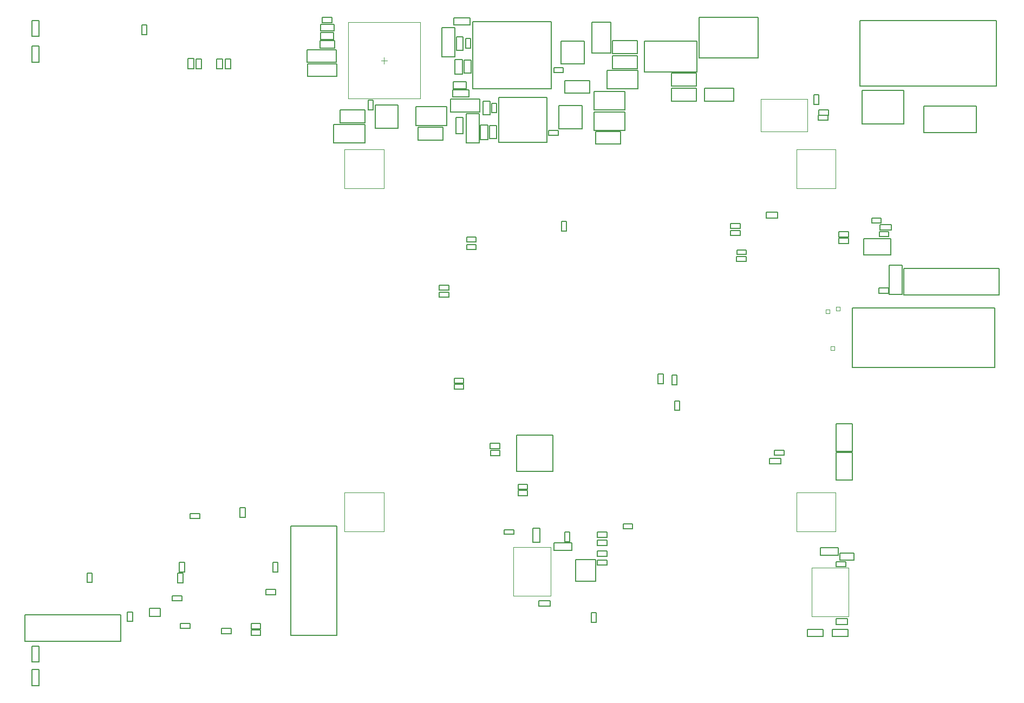
<source format=gbr>
G04*
G04 #@! TF.GenerationSoftware,Altium Limited,Altium Designer,24.2.2 (26)*
G04*
G04 Layer_Color=32768*
%FSLAX25Y25*%
%MOIN*%
G70*
G04*
G04 #@! TF.SameCoordinates,80A8E479-4E92-43EF-BFA2-91FD1FC97BD2*
G04*
G04*
G04 #@! TF.FilePolarity,Positive*
G04*
G01*
G75*
%ADD12C,0.00787*%
%ADD16C,0.00394*%
%ADD341C,0.00197*%
%ADD342C,0.00100*%
D12*
X162023Y-359891D02*
Y-292765D01*
X133677Y-359891D02*
X162023D01*
X133677D02*
Y-292765D01*
X162023D01*
X118397Y-331840D02*
X124351D01*
Y-334990D02*
Y-331840D01*
X118397Y-334990D02*
X124351D01*
X118397D02*
Y-331840D01*
X122682Y-320975D02*
Y-315022D01*
X125832D01*
Y-320975D02*
Y-315022D01*
X122682Y-320975D02*
X125832D01*
X351378Y6025D02*
X383701D01*
Y-12873D02*
Y6025D01*
X351378Y-12873D02*
X383701D01*
X351378D02*
Y6025D01*
X466992Y-360710D02*
X476835D01*
X466992D02*
Y-356380D01*
X476835D01*
Y-360710D02*
Y-356380D01*
X469468Y-246692D02*
X479532D01*
Y-229739D01*
X469468D02*
X479532D01*
X469468Y-246692D02*
Y-229739D01*
X96702Y-11051D02*
Y-5098D01*
X93553Y-11051D02*
X96702D01*
X93553D02*
Y-5098D01*
X96702D01*
X91650Y-11175D02*
Y-4974D01*
X88106Y-11175D02*
X91650D01*
X88106D02*
Y-4974D01*
X91650D01*
X75610Y-4897D02*
X78760D01*
X75610Y-10850D02*
Y-4897D01*
Y-10850D02*
X78760D01*
Y-4897D01*
X74060Y-10974D02*
Y-4773D01*
X70516Y-10974D02*
X74060D01*
X70516D02*
Y-4773D01*
X74060D01*
X479581Y-158472D02*
X566983D01*
Y-195086D02*
Y-158472D01*
X479581Y-195086D02*
X566983D01*
X479581D02*
Y-158472D01*
X273624Y-266949D02*
X279577D01*
Y-270098D02*
Y-266949D01*
X273624Y-270098D02*
X279577D01*
X273624D02*
Y-266949D01*
X256622Y-249209D02*
X262575D01*
X256622D02*
Y-246060D01*
X262575D01*
Y-249209D02*
Y-246060D01*
X256567Y-244922D02*
X262521D01*
X256567D02*
Y-241772D01*
X262521D01*
Y-244922D02*
Y-241772D01*
X272900Y-236833D02*
X294947D01*
Y-258880D02*
Y-236833D01*
X272900Y-258880D02*
X294947D01*
X272900D02*
Y-236833D01*
X162190Y-15844D02*
Y-7970D01*
X144080D02*
X162190D01*
X144080Y-15844D02*
Y-7970D01*
Y-15844D02*
X162190D01*
X161740Y-7095D02*
Y779D01*
X143629D02*
X161740D01*
X143629Y-7095D02*
Y779D01*
Y-7095D02*
X161740D01*
X160716Y1587D02*
Y6311D01*
X151661D02*
X160716D01*
X151661Y1587D02*
Y6311D01*
Y1587D02*
X160716D01*
X160268Y7069D02*
Y11291D01*
X152109D02*
X160268D01*
X152109Y7069D02*
Y11291D01*
Y7069D02*
X160268D01*
X160298Y12156D02*
Y16378D01*
X152139D02*
X160298D01*
X152139Y12156D02*
Y16378D01*
Y12156D02*
X160298D01*
X159089Y17425D02*
Y20575D01*
X153136D02*
X159089D01*
X153136Y17425D02*
Y20575D01*
Y17425D02*
X159089D01*
X179404Y-44297D02*
Y-36423D01*
X164025D02*
X179404D01*
X164025Y-44297D02*
Y-36423D01*
Y-44297D02*
X179404D01*
X250223Y-37683D02*
Y-29809D01*
X232113D02*
X250223D01*
X232113Y-37683D02*
Y-29809D01*
Y-37683D02*
X250223D01*
X241845Y-38687D02*
X249720D01*
X241845Y-56797D02*
Y-38687D01*
Y-56797D02*
X249720D01*
Y-38687D01*
X250547Y-45641D02*
X255272D01*
X250547Y-54696D02*
Y-45641D01*
Y-54696D02*
X255272D01*
Y-45641D01*
X256276Y-45982D02*
X260498D01*
X256276Y-54141D02*
Y-45982D01*
Y-54141D02*
X260498D01*
Y-45982D01*
X317698Y-26065D02*
Y-18191D01*
X302319D02*
X317698D01*
X302319Y-26065D02*
Y-18191D01*
Y-26065D02*
X317698D01*
X320420Y-36298D02*
Y-24881D01*
Y-36298D02*
X339514D01*
Y-24881D01*
X320420D02*
X339514D01*
X331850Y-3115D02*
X347228D01*
Y-10989D02*
Y-3115D01*
X331850Y-10989D02*
X347228D01*
X331850D02*
Y-3115D01*
X321500Y-57431D02*
Y-49557D01*
Y-57431D02*
X336878D01*
Y-49557D01*
X321500D02*
X336878D01*
X320504Y-48972D02*
Y-37555D01*
Y-48972D02*
X339598D01*
Y-37555D01*
X320504D02*
X339598D01*
X291539Y-56324D02*
Y-28765D01*
X261617D02*
X291539D01*
X261617Y-56324D02*
Y-28765D01*
Y-56324D02*
X291539D01*
X298904Y-33746D02*
X313078D01*
X298904Y-47958D02*
Y-33746D01*
Y-47958D02*
X313078D01*
Y-33746D01*
X226797Y-3836D02*
X234671D01*
Y14274D01*
X226797D02*
X234671D01*
X226797Y-3836D02*
Y14274D01*
X234644Y-5456D02*
X239368D01*
X234644Y-14511D02*
Y-5456D01*
Y-14511D02*
X239368D01*
Y-5456D01*
X-25665Y-6968D02*
X-21335D01*
Y2874D01*
X-25665D02*
X-21335D01*
X-25665Y-6968D02*
Y2874D01*
X475379Y-317724D02*
Y-314771D01*
X469582D02*
X475379D01*
X469582Y-317724D02*
Y-314771D01*
Y-317724D02*
X475379D01*
X29045Y-363569D02*
Y-347192D01*
X-29813Y-363569D02*
X29045D01*
X-29813D02*
Y-347192D01*
X29045D01*
X199889Y-47622D02*
Y-33449D01*
X185676D02*
X199889D01*
X185676Y-47622D02*
Y-33449D01*
Y-47622D02*
X199889D01*
X233620Y-23287D02*
Y-19064D01*
Y-23287D02*
X241779D01*
Y-19064D01*
X233620D02*
X241779D01*
X294144Y-23346D02*
Y17942D01*
X245856D02*
X294144D01*
X245856Y-23346D02*
Y17942D01*
Y-23346D02*
X294144D01*
X485470Y-44978D02*
X511257D01*
Y-24191D01*
X485470D02*
X511257D01*
X485470Y-44978D02*
Y-24191D01*
X451673Y-360752D02*
Y-356421D01*
Y-360752D02*
X461516D01*
Y-356421D01*
X451673D02*
X461516D01*
X511051Y-150314D02*
X569909D01*
Y-133936D01*
X511051D02*
X569909D01*
X511051Y-150314D02*
Y-133936D01*
X300259Y6137D02*
X314433D01*
X300259Y-8076D02*
Y6137D01*
Y-8076D02*
X314433D01*
Y6137D01*
X210764Y-45897D02*
Y-34480D01*
Y-45897D02*
X229858D01*
Y-34480D01*
X210764D02*
X229858D01*
X257405Y-38162D02*
X260554D01*
Y-32209D01*
X257405D02*
X260554D01*
X257405Y-38162D02*
Y-32209D01*
X331850Y-1718D02*
Y6156D01*
Y-1718D02*
X347228D01*
Y6156D01*
X331850D02*
X347228D01*
X241325Y1585D02*
X244475D01*
Y7538D01*
X241325D02*
X244475D01*
X241325Y1585D02*
Y7538D01*
X298537Y-52087D02*
Y-48937D01*
X292584D02*
X298537D01*
X292584Y-52087D02*
Y-48937D01*
Y-52087D02*
X298537D01*
X319243Y-1329D02*
X330660D01*
Y17766D01*
X319243D02*
X330660D01*
X319243Y-1329D02*
Y17766D01*
X273654Y-273973D02*
Y-270823D01*
Y-273973D02*
X279607D01*
Y-270823D01*
X273654D02*
X279607D01*
X235649Y345D02*
X239872D01*
Y8505D01*
X235649D02*
X239872D01*
X235649Y345D02*
Y8505D01*
X252066Y-39336D02*
X256288D01*
Y-31177D01*
X252066D02*
X256288D01*
X252066Y-39336D02*
Y-31177D01*
X328289Y-23504D02*
Y-12087D01*
Y-23504D02*
X347384D01*
Y-12087D01*
X328289D02*
X347384D01*
X181299Y-36229D02*
X184449D01*
Y-30276D01*
X181299D02*
X184449D01*
X181299Y-36229D02*
Y-30276D01*
X301568Y-13388D02*
Y-10238D01*
X295615D02*
X301568D01*
X295615Y-13388D02*
Y-10238D01*
Y-13388D02*
X301568D01*
X179301Y-56797D02*
Y-45379D01*
X160207D02*
X179301D01*
X160207Y-56797D02*
Y-45379D01*
Y-56797D02*
X179301D01*
X212154Y-54906D02*
Y-47032D01*
Y-54906D02*
X227533D01*
Y-47032D01*
X212154D02*
X227533D01*
X408372Y-125475D02*
Y-122522D01*
Y-125475D02*
X414169D01*
Y-122522D01*
X408372D02*
X414169D01*
X408172Y-129779D02*
Y-126826D01*
Y-129779D02*
X413969D01*
Y-126826D01*
X408172D02*
X413969D01*
X231004Y-151663D02*
Y-148710D01*
X225207D02*
X231004D01*
X225207Y-151663D02*
Y-148710D01*
Y-151663D02*
X231004D01*
Y-147341D02*
Y-144388D01*
X225207D02*
X231004D01*
X225207Y-147341D02*
Y-144388D01*
Y-147341D02*
X231004D01*
X240224Y-208291D02*
Y-205338D01*
X234426D02*
X240224D01*
X234426Y-208291D02*
Y-205338D01*
Y-208291D02*
X240224D01*
X240090Y-204597D02*
Y-201645D01*
X234293D02*
X240090D01*
X234293Y-204597D02*
Y-201645D01*
Y-204597D02*
X240090D01*
X247832Y-122418D02*
Y-119465D01*
X242035D02*
X247832D01*
X242035Y-122418D02*
Y-119465D01*
Y-122418D02*
X247832D01*
Y-117787D02*
Y-114834D01*
X242035D02*
X247832D01*
X242035Y-117787D02*
Y-114834D01*
Y-117787D02*
X247832D01*
X404507Y-109442D02*
Y-106490D01*
Y-109442D02*
X410304D01*
Y-106490D01*
X404507D02*
X410304D01*
X404507Y-113778D02*
Y-110825D01*
Y-113778D02*
X410304D01*
Y-110825D01*
X404507D02*
X410304D01*
X42073Y15927D02*
X45025D01*
X42073Y10130D02*
Y15927D01*
Y10130D02*
X45025D01*
Y15927D01*
X470727Y-310826D02*
Y-306102D01*
X459704D02*
X470727D01*
X459704Y-310826D02*
Y-306102D01*
Y-310826D02*
X470727D01*
X476351Y-353270D02*
Y-349835D01*
X469373D02*
X476351D01*
X469373Y-353270D02*
Y-349835D01*
Y-353270D02*
X476351D01*
X338394Y-294428D02*
Y-291475D01*
Y-294428D02*
X344192D01*
Y-291475D01*
X338394D02*
X344192D01*
X471750Y-313520D02*
Y-309190D01*
Y-313520D02*
X480459D01*
Y-309190D01*
X471750D02*
X480459D01*
X318762Y-346042D02*
X321912D01*
X318762Y-351995D02*
Y-346042D01*
Y-351995D02*
X321912D01*
Y-346042D01*
X309117Y-313222D02*
X321322D01*
X309117Y-326805D02*
Y-313222D01*
Y-326805D02*
X321322D01*
Y-313222D01*
X322479Y-299579D02*
Y-296430D01*
Y-299579D02*
X328432D01*
Y-296430D01*
X322479D02*
X328432D01*
X322355Y-304734D02*
Y-301191D01*
Y-304734D02*
X328556D01*
Y-301191D01*
X322355D02*
X328556D01*
X322479Y-316844D02*
Y-313694D01*
Y-316844D02*
X328432D01*
Y-313694D01*
X322479D02*
X328432D01*
X322355Y-311431D02*
Y-307888D01*
Y-311431D02*
X328556D01*
Y-307888D01*
X322355D02*
X328556D01*
X295626Y-307718D02*
Y-302993D01*
Y-307718D02*
X306649D01*
Y-302993D01*
X295626D02*
X306649D01*
X302539Y-296410D02*
X305492D01*
X302539Y-302207D02*
Y-296410D01*
Y-302207D02*
X305492D01*
Y-296410D01*
X293443Y-342055D02*
Y-338620D01*
X286465D02*
X293443D01*
X286465Y-342055D02*
Y-338620D01*
Y-342055D02*
X293443D01*
X282876Y-302813D02*
X287207D01*
Y-294103D01*
X282876D02*
X287207D01*
X282876Y-302813D02*
Y-294103D01*
X265180Y-297840D02*
Y-294887D01*
Y-297840D02*
X270977D01*
Y-294887D01*
X265180D02*
X270977D01*
X502219Y-150160D02*
X510093D01*
Y-132050D01*
X502219D02*
X510093D01*
X502219Y-150160D02*
Y-132050D01*
X388287Y-31021D02*
Y-23147D01*
Y-31021D02*
X406398D01*
Y-23147D01*
X388287D02*
X406398D01*
X483950Y-21719D02*
X568051D01*
Y18569D01*
X483950D02*
X568051D01*
X483950Y-21719D02*
Y18569D01*
X235534Y-50969D02*
Y-41126D01*
X239865D01*
Y-50969D02*
Y-41126D01*
X235534Y-50969D02*
X239865D01*
X65051Y-321181D02*
X68397D01*
Y-315040D01*
X65051D02*
X68397D01*
X65051Y-321181D02*
Y-315040D01*
X8369Y-327491D02*
Y-321538D01*
X11518D01*
Y-327491D02*
Y-321538D01*
X8369Y-327491D02*
X11518D01*
X60709Y-335518D02*
X66662D01*
Y-338668D02*
Y-335518D01*
X60709Y-338668D02*
X66662D01*
X60709D02*
Y-335518D01*
X33209Y-345561D02*
X36358D01*
X33209Y-351514D02*
Y-345561D01*
Y-351514D02*
X36358D01*
Y-345561D01*
X523453Y-34092D02*
X555736D01*
Y-50391D02*
Y-34092D01*
X523453Y-50391D02*
X555736D01*
X523453D02*
Y-34092D01*
X64237Y-327591D02*
X67387D01*
Y-321637D01*
X64237D02*
X67387D01*
X64237Y-327591D02*
Y-321637D01*
X46822Y-348313D02*
X53515D01*
Y-343392D01*
X46822D02*
X53515D01*
X46822Y-348313D02*
Y-343392D01*
X71855Y-355704D02*
Y-352555D01*
X65901D02*
X71855D01*
X65901Y-355704D02*
Y-352555D01*
Y-355704D02*
X71855D01*
X109285Y-355855D02*
Y-352706D01*
Y-355855D02*
X115238D01*
Y-352706D01*
X109285D02*
X115238D01*
X109315Y-359885D02*
Y-356735D01*
Y-359885D02*
X115268D01*
Y-356735D01*
X109315D02*
X115268D01*
X91118Y-358877D02*
Y-355727D01*
Y-358877D02*
X97071D01*
Y-355727D01*
X91118D02*
X97071D01*
X102493Y-287334D02*
X105643D01*
Y-281381D01*
X102493D02*
X105643D01*
X102493Y-287334D02*
Y-281381D01*
X77656Y-288114D02*
Y-284965D01*
X71703D02*
X77656D01*
X71703Y-288114D02*
Y-284965D01*
Y-288114D02*
X77656D01*
X471119Y-111399D02*
X477072D01*
Y-114549D02*
Y-111399D01*
X471119Y-114549D02*
X477072D01*
X471119D02*
Y-111399D01*
X234163Y15826D02*
Y20157D01*
Y15826D02*
X244005D01*
Y20157D01*
X234163D02*
X244005D01*
X244674Y-13785D02*
Y-5626D01*
X240452Y-13785D02*
X244674D01*
X240452D02*
Y-5626D01*
X244674D01*
X421292Y-4513D02*
Y20763D01*
X385072D02*
X421292D01*
X385072Y-4513D02*
Y20763D01*
Y-4513D02*
X421292D01*
X300403Y-104897D02*
X303553D01*
X300403Y-110851D02*
Y-104897D01*
Y-110851D02*
X303553D01*
Y-104897D01*
X368052Y-30966D02*
X383431D01*
X368052D02*
Y-23092D01*
X383431D01*
Y-30966D02*
Y-23092D01*
X-25591Y-376378D02*
Y-366535D01*
X-21260D01*
Y-376378D02*
Y-366535D01*
X-25591Y-376378D02*
X-21260D01*
X-25665Y8957D02*
Y18799D01*
X-21335D01*
Y8957D02*
Y18799D01*
X-25665Y8957D02*
X-21335D01*
X368052Y-21616D02*
X383431D01*
X368052D02*
Y-13742D01*
X383431D01*
Y-21616D02*
Y-13742D01*
X-25531Y-390973D02*
Y-381130D01*
X-21200D01*
Y-390973D02*
Y-381130D01*
X-25531Y-390973D02*
X-21200D01*
X491465Y-105853D02*
X497262D01*
X491465D02*
Y-102900D01*
X497262D01*
Y-105853D02*
Y-102900D01*
X431550Y-248931D02*
X437347D01*
X431550D02*
Y-245979D01*
X437347D01*
Y-248931D02*
Y-245979D01*
X496332Y-110372D02*
Y-106937D01*
Y-110372D02*
X503311D01*
Y-106937D01*
X496332D02*
X503311D01*
X426376Y-102923D02*
Y-99488D01*
Y-102923D02*
X433354D01*
Y-99488D01*
X426376D02*
X433354D01*
X435564Y-254434D02*
Y-250999D01*
X428585D02*
X435564D01*
X428585Y-254434D02*
Y-250999D01*
Y-254434D02*
X435564D01*
X469468Y-247432D02*
X479532D01*
X469468Y-264386D02*
Y-247432D01*
Y-264386D02*
X479532D01*
Y-247432D01*
X486295Y-125847D02*
Y-115783D01*
Y-125847D02*
X503249D01*
Y-115783D01*
X486295D02*
X503249D01*
X501891Y-114417D02*
Y-111464D01*
X496094D02*
X501891D01*
X496094Y-114417D02*
Y-111464D01*
Y-114417D02*
X501891D01*
X455659Y-32866D02*
X458809D01*
Y-26913D01*
X455659D02*
X458809D01*
X455659Y-32866D02*
Y-26913D01*
X458912Y-39523D02*
Y-36374D01*
Y-39523D02*
X464866D01*
Y-36374D01*
X458912D02*
X464866D01*
X458519Y-42808D02*
Y-39658D01*
Y-42808D02*
X464472D01*
Y-39658D01*
X458519D02*
X464472D01*
X495726Y-149329D02*
Y-146180D01*
Y-149329D02*
X501680D01*
Y-146180D01*
X495726D02*
X501680D01*
X471119Y-118546D02*
Y-115396D01*
Y-118546D02*
X477072D01*
Y-115396D01*
X471119D02*
X477072D01*
X359849Y-198914D02*
X362999D01*
X359849Y-204867D02*
Y-198914D01*
Y-204867D02*
X362999D01*
Y-198914D01*
X369983Y-221486D02*
X373132D01*
Y-215532D01*
X369983D02*
X373132D01*
X369983Y-221486D02*
Y-215532D01*
X368424Y-199563D02*
X371573D01*
X368424Y-205516D02*
Y-199563D01*
Y-205516D02*
X371573D01*
Y-199563D01*
X233582Y-28485D02*
Y-24155D01*
Y-28485D02*
X243425D01*
Y-24155D01*
X233582D02*
X243425D01*
D16*
X454390Y-318475D02*
X477224D01*
Y-348396D02*
Y-318475D01*
X454390Y-348396D02*
X477224D01*
X454390D02*
Y-318475D01*
X270875Y-305757D02*
X293710D01*
Y-335678D02*
Y-305757D01*
X270875Y-335678D02*
X293710D01*
X270875D02*
Y-305757D01*
D341*
X213497Y-29352D02*
Y17499D01*
X169009D02*
X213497D01*
X169009Y-29352D02*
Y17499D01*
Y-29352D02*
X213497D01*
X191253Y-7895D02*
Y-3958D01*
X189284Y-5927D02*
X193221D01*
D342*
X445047Y-60694D02*
X469181D01*
X445047Y-84827D02*
Y-60694D01*
Y-84827D02*
X469181D01*
Y-60694D01*
X422980Y-49759D02*
X451877D01*
Y-29681D01*
X422980D02*
X451877D01*
X422980Y-49759D02*
Y-29681D01*
X166897Y-271914D02*
X191031D01*
X166897Y-296048D02*
Y-271914D01*
Y-296048D02*
X191031D01*
Y-271914D01*
X469181Y-296048D02*
Y-271914D01*
X445047Y-296048D02*
X469181D01*
X445047D02*
Y-271914D01*
X469181D01*
X166897Y-60694D02*
X191031D01*
X166897Y-84827D02*
Y-60694D01*
Y-84827D02*
X191031D01*
Y-60694D01*
X471781Y-159991D02*
Y-157629D01*
X469419D02*
X471781D01*
X469419Y-159991D02*
Y-157629D01*
Y-159991D02*
X471781D01*
X466006Y-184481D02*
X468368D01*
X466006D02*
Y-182118D01*
X468368D01*
Y-184481D02*
Y-182118D01*
X463241Y-161764D02*
X465604D01*
X463241D02*
Y-159402D01*
X465604D01*
Y-161764D02*
Y-159402D01*
M02*

</source>
